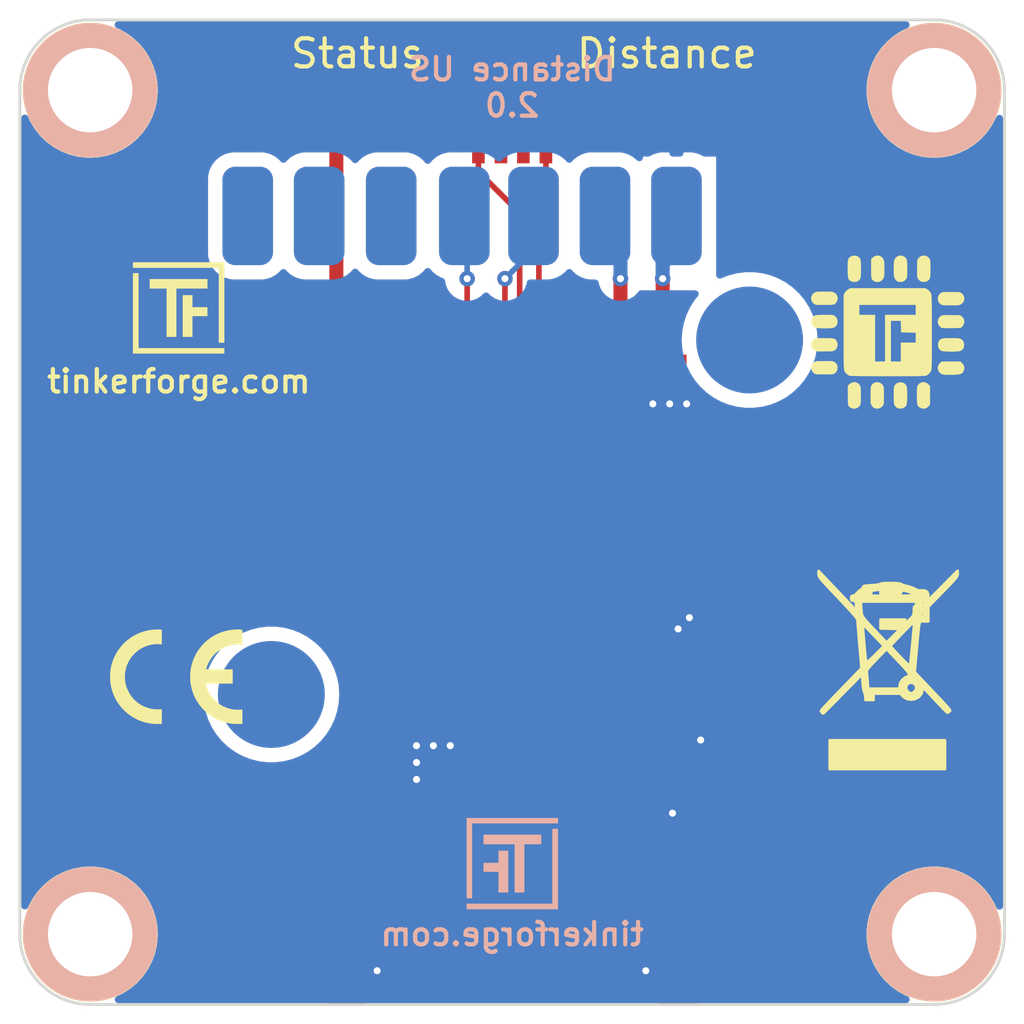
<source format=kicad_pcb>
(kicad_pcb (version 20221018) (generator pcbnew)
  (layers (0 "F.Cu" signal) (31 "B.Cu" signal) (34 "B.Paste" user) (35 "F.Paste" user) (36 "B.SilkS" user "B.Silkscreen") (37 "F.SilkS" user "F.Silkscreen") (38 "B.Mask" user) (39 "F.Mask" user) (44 "Edge.Cuts" user))
  (net 0 "")
  (net 1 "Net-(C1-Pad1)")
  (net 2 "GND")
  (net 3 "3V3")
  (net 4 "Net-(D1-Pad2)")
  (net 5 "Net-(D2-Pad2)")
  (net 6 "+5V")
  (net 7 "Net-(P1-Pad4)")
  (net 8 "Net-(P1-Pad5)")
  (net 9 "Net-(P1-Pad6)")
  (net 10 "Net-(P2-Pad1)")
  (net 11 "Net-(P3-Pad2)")
  (net 12 "Net-(R1-Pad1)")
  (net 13 "Serial")
  (net 14 "S-MISO")
  (net 15 "S-MOSI")
  (net 16 "S-CLK")
  (net 17 "S-CS")
  (net 18 "Net-(RP2-Pad2)")
  (net 19 "Net-(RP2-Pad3)")
  (net 20 "Net-(RP2-Pad5)")
  (net 21 "Net-(RP2-Pad6)")
  (net 22 "Net-(RP2-Pad7)")
  (net 23 "Net-(RP2-Pad8)")
  (net 24 "Net-(U1-Pad2)")
  (net 25 "Net-(U1-Pad4)")
  (net 26 "Net-(U1-Pad5)")
  (net 27 "Net-(U1-Pad7)")
  (net 28 "Net-(U1-Pad8)")
  (net 29 "Net-(U1-Pad11)")
  (net 30 "Net-(U1-Pad12)")
  (net 31 "Ranging")
  (net 32 "Net-(U1-Pad19)")
  (net 33 "Net-(U1-Pad20)")
  (net 34 "Net-(U1-Pad21)")
  (net 35 "Net-(U6-Pad1)")
  (net 36 "Net-(U6-Pad2)")
  (net 37 "Net-(U6-Pad3)")
  (net 38 "Net-(C6-Pad1)")
  (net 39 "Net-(U1-Pad13)")
  (net 40 "Net-(U1-Pad15)")
  (footprint "C0402E" (layer "F.Cu") (at 154.4 110.7)
    (fp_text reference "C1")
    (fp_text value "220pF")
    (pad "1" smd rect (at -0.65 0) (size 0.7 0.9) (layers "F.Cu" "F.Paste" "F.Mask") (net 1 "Net-(C1-Pad1)"))
    (pad "2" smd rect (at 0.65 0) (size 0.7 0.9) (layers "F.Cu" "F.Paste" "F.Mask") (net 2 "GND"))
  )
  (footprint "C0805E" (layer "F.Cu") (at 148.15 110.75 180)
    (fp_text reference "C2")
    (fp_text value "10uF")
    (pad "1" smd rect (at -0.95 0 180) (size 1.3 1.5) (layers "F.Cu" "F.Paste" "F.Mask") (net 3 "3V3") (clearance 0.14986))
    (pad "2" smd rect (at 0.95 0 180) (size 1.3 1.5) (layers "F.Cu" "F.Paste" "F.Mask") (net 2 "GND") (clearance 0.14986))
  )
  (footprint "C0603F" (layer "F.Cu") (at 148.15 109.05 180)
    (fp_text reference "C3")
    (fp_text value "1uF")
    (pad "1" smd rect (at -0.75 0 180) (size 0.9 0.9) (layers "F.Cu" "F.Paste" "F.Mask") (net 3 "3V3"))
    (pad "2" smd rect (at 0.75 0 180) (size 0.9 0.9) (layers "F.Cu" "F.Paste" "F.Mask") (net 2 "GND"))
  )
  (footprint "C0603F" (layer "F.Cu") (at 154.6 93.6)
    (fp_text reference "C7")
    (fp_text value "1uF")
    (pad "1" smd rect (at -0.75 0) (size 0.9 0.9) (layers "F.Cu" "F.Paste" "F.Mask") (net 38 "Net-(C6-Pad1)"))
    (pad "2" smd rect (at 0.75 0) (size 0.9 0.9) (layers "F.Cu" "F.Paste" "F.Mask") (net 2 "GND"))
  )
  (footprint "D0603F" (layer "F.Cu") (at 144.5 85.5)
    (fp_text reference "D1")
    (fp_text value "BLUE")
    (pad "1" smd rect (at -0.75 0) (size 0.9 0.9) (layers "F.Cu" "F.Paste" "F.Mask") (net 3 "3V3"))
    (pad "2" smd rect (at 0.75 0) (size 0.9 0.9) (layers "F.Cu" "F.Paste" "F.Mask") (net 4 "Net-(D1-Pad2)"))
  )
  (footprint "D0603F" (layer "F.Cu") (at 155.5 85.5 180)
    (fp_text reference "D2")
    (fp_text value "GREEN")
    (pad "1" smd rect (at -0.75 0 180) (size 0.9 0.9) (layers "F.Cu" "F.Paste" "F.Mask") (net 3 "3V3"))
    (pad "2" smd rect (at 0.75 0 180) (size 0.9 0.9) (layers "F.Cu" "F.Paste" "F.Mask") (net 5 "Net-(D2-Pad2)"))
  )
  (footprint "DEBUG_PAD" (layer "F.Cu") (at 154.9 108.45)
    (fp_text reference "P2")
    (fp_text value "DEBUG")
    (pad "1" smd circle (at 0 0) (size 0.7 0.7) (layers "F.Cu" "F.Paste" "F.Mask") (net 10 "Net-(P2-Pad1)"))
  )
  (footprint "SolderJumper" (layer "F.Cu") (at 156 107.4 135)
    (fp_text reference "P3")
    (fp_text value "BOOT")
    (pad "1" smd rect (at -0.499999 0 135) (size 0.4 1.4) (layers "F.Cu" "F.Mask") (net 2 "GND"))
    (pad "1" smd rect (at -0.225 -0.55 135) (size 0.95 0.3) (layers "F.Cu" "F.Mask") (net 2 "GND"))
    (pad "1" smd rect (at -0.225 0.55 135) (size 0.95 0.3) (layers "F.Cu" "F.Mask") (net 2 "GND"))
    (pad "2" smd rect (at 0.15 0 135) (size 0.6 0.5) (layers "F.Cu" "F.Mask") (net 11 "Net-(P3-Pad2)"))
    (pad "2" smd rect (at 0.55 0 135) (size 0.3 1.4) (layers "F.Cu" "F.Mask") (net 11 "Net-(P3-Pad2)"))
  )
  (footprint "kicad-libraries:R0603F" (layer "F.Cu") (at 149.45 95.95 -90)
    (fp_text reference "R1")
    (fp_text value "1k")
    (pad "1" smd rect (at -0.75 0 270) (size 0.9 0.9) (layers "F.Cu" "F.Paste" "F.Mask") (net 12 "Net-(R1-Pad1)"))
    (pad "2" smd rect (at 0.75 0 270) (size 0.9 0.9) (layers "F.Cu" "F.Paste" "F.Mask") (net 13 "Serial"))
  )
  (footprint "4X0402" (layer "F.Cu") (at 151.9 110.1)
    (fp_text reference "RP1")
    (fp_text value "82")
    (pad "1" smd rect (at -0.7493 0.575 180) (size 0.29972 0.65) (layers "F.Cu" "F.Paste" "F.Mask") (net 7 "Net-(P1-Pad4)"))
    (pad "2" smd rect (at -0.24892 0.575 180) (size 0.29972 0.65) (layers "F.Cu" "F.Paste" "F.Mask") (net 8 "Net-(P1-Pad5)"))
    (pad "3" smd rect (at 0.24892 0.575 180) (size 0.29972 0.65) (layers "F.Cu" "F.Paste" "F.Mask") (net 9 "Net-(P1-Pad6)"))
    (pad "4" smd rect (at 0.7493 0.575 180) (size 0.29972 0.65) (layers "F.Cu" "F.Paste" "F.Mask") (net 1 "Net-(C1-Pad1)"))
    (pad "5" smd rect (at 0.7493 -0.575) (size 0.29972 0.65) (layers "F.Cu" "F.Paste" "F.Mask") (net 14 "S-MISO"))
    (pad "6" smd rect (at 0.24892 -0.575) (size 0.29972 0.65) (layers "F.Cu" "F.Paste" "F.Mask") (net 15 "S-MOSI"))
    (pad "7" smd rect (at -0.24892 -0.575) (size 0.29972 0.65) (layers "F.Cu" "F.Paste" "F.Mask") (net 16 "S-CLK"))
    (pad "8" smd rect (at -0.7493 -0.575) (size 0.29972 0.65) (layers "F.Cu" "F.Paste" "F.Mask") (net 17 "S-CS"))
  )
  (footprint "4X0603" (layer "F.Cu") (at 150 86.3)
    (fp_text reference "RP2")
    (fp_text value "1k")
    (pad "1" smd rect (at -1.19888 -0.8509) (size 0.44958 0.89916) (layers "F.Cu" "F.Paste" "F.Mask") (net 4 "Net-(D1-Pad2)"))
    (pad "2" smd rect (at -0.39878 -0.8509) (size 0.44958 0.89916) (layers "F.Cu" "F.Paste" "F.Mask") (net 18 "Net-(RP2-Pad2)"))
    (pad "3" smd rect (at 0.39878 -0.8509) (size 0.44958 0.89916) (layers "F.Cu" "F.Paste" "F.Mask") (net 19 "Net-(RP2-Pad3)"))
    (pad "4" smd rect (at 1.19888 -0.8509) (size 0.44958 0.89916) (layers "F.Cu" "F.Paste" "F.Mask") (net 5 "Net-(D2-Pad2)"))
    (pad "5" smd rect (at 1.19888 0.8509) (size 0.44958 0.89916) (layers "F.Cu" "F.Paste" "F.Mask") (net 20 "Net-(RP2-Pad5)"))
    (pad "6" smd rect (at 0.39878 0.8509) (size 0.44958 0.89916) (layers "F.Cu" "F.Paste" "F.Mask") (net 21 "Net-(RP2-Pad6)"))
    (pad "7" smd rect (at -0.39878 0.8509) (size 0.44958 0.89916) (layers "F.Cu" "F.Paste" "F.Mask") (net 22 "Net-(RP2-Pad7)"))
    (pad "8" smd rect (at -1.19888 0.8509) (size 0.44958 0.89916) (layers "F.Cu" "F.Paste" "F.Mask") (net 23 "Net-(RP2-Pad8)"))
  )
  (footprint "QFN24-4x4mm-0.5mm" (layer "F.Cu") (at 152.3 105.5 135)
    (fp_text reference "U1")
    (fp_text value "XMC1100")
    (pad "1" smd oval (at -2.025 -1.25 135) (size 1 0.3) (layers "F.Cu" "F.Paste" "F.Mask") (net 14 "S-MISO"))
    (pad "2" smd oval (at -2.025 -0.75 135) (size 1 0.3) (layers "F.Cu" "F.Paste" "F.Mask") (net 24 "Net-(U1-Pad2)"))
    (pad "3" smd oval (at -2.025 -0.25 135) (size 1 0.3) (layers "F.Cu" "F.Paste" "F.Mask") (net 10 "Net-(P2-Pad1)"))
    (pad "4" smd oval (at -2.025 0.25 135) (size 1 0.3) (layers "F.Cu" "F.Paste" "F.Mask") (net 25 "Net-(U1-Pad4)"))
    (pad "5" smd oval (at -2.025 0.75 135) (size 1 0.3) (layers "F.Cu" "F.Paste" "F.Mask") (net 26 "Net-(U1-Pad5)"))
    (pad "6" smd oval (at -2.025 1.25 135) (size 1 0.3) (layers "F.Cu" "F.Paste" "F.Mask") (net 11 "Net-(P3-Pad2)"))
    (pad "7" smd oval (at -1.25 2.025 225) (size 1 0.3) (layers "F.Cu" "F.Paste" "F.Mask") (net 27 "Net-(U1-Pad7)"))
    (pad "8" smd oval (at -0.75 2.025 225) (size 1 0.3) (layers "F.Cu" "F.Paste" "F.Mask") (net 28 "Net-(U1-Pad8)"))
    (pad "9" smd oval (at -0.25 2.025 225) (size 1 0.3) (layers "F.Cu" "F.Paste" "F.Mask") (net 2 "GND"))
    (pad "10" smd oval (at 0.25 2.025 225) (size 1 0.3) (layers "F.Cu" "F.Paste" "F.Mask") (net 3 "3V3"))
    (pad "11" smd oval (at 0.75 2.025 225) (size 1 0.3) (layers "F.Cu" "F.Paste" "F.Mask") (net 29 "Net-(U1-Pad11)"))
    (pad "12" smd oval (at 1.25 2.025 225) (size 1 0.3) (layers "F.Cu" "F.Paste" "F.Mask") (net 30 "Net-(U1-Pad12)"))
    (pad "13" smd oval (at 2.025 1.25 135) (size 1 0.3) (layers "F.Cu" "F.Paste" "F.Mask") (net 39 "Net-(U1-Pad13)"))
    (pad "14" smd oval (at 2.025 0.75 135) (size 1 0.3) (layers "F.Cu" "F.Paste" "F.Mask") (net 20 "Net-(RP2-Pad5)"))
    (pad "15" smd oval (at 2.025 0.25 135) (size 1 0.3) (layers "F.Cu" "F.Paste" "F.Mask") (net 40 "Net-(U1-Pad15)"))
    (pad "16" smd oval (at 2.025 -0.25 135) (size 1 0.3) (layers "F.Cu" "F.Paste" "F.Mask") (net 23 "Net-(RP2-Pad8)"))
    (pad "17" smd oval (at 2.025 -0.75 135) (size 1 0.3) (layers "F.Cu" "F.Paste" "F.Mask") (net 13 "Serial"))
    (pad "18" smd oval (at 2.025 -1.25 135) (size 1 0.3) (layers "F.Cu" "F.Paste" "F.Mask") (net 31 "Ranging"))
    (pad "19" smd oval (at 1.25 -2.025 225) (size 1 0.3) (layers "F.Cu" "F.Paste" "F.Mask") (net 32 "Net-(U1-Pad19)"))
    (pad "20" smd oval (at 0.75 -2.025 225) (size 1 0.3) (layers "F.Cu" "F.Paste" "F.Mask") (net 33 "Net-(U1-Pad20)"))
    (pad "21" smd oval (at 0.25 -2.025 225) (size 1 0.3) (layers "F.Cu" "F.Paste" "F.Mask") (net 34 "Net-(U1-Pad21)"))
    (pad "22" smd oval (at -0.25 -2.025 225) (size 1 0.3) (layers "F.Cu" "F.Paste" "F.Mask") (net 17 "S-CS"))
    (pad "23" smd oval (at -0.75 -2.025 225) (size 1 0.3) (layers "F.Cu" "F.Paste" "F.Mask") (net 16 "S-CLK"))
    (pad "24" smd oval (at -1.25 -2.025 225) (size 1 0.3) (layers "F.Cu" "F.Paste" "F.Mask") (net 15 "S-MOSI"))
    (pad "EXP" smd rect (at -0.65 -0.65 135) (size 1.3 1.3) (layers "F.Cu" "F.Paste" "F.Mask") (net 2 "GND"))
    (pad "EXP" smd rect (at -0.65 0.65 135) (size 1.3 1.3) (layers "F.Cu" "F.Paste" "F.Mask") (net 2 "GND"))
    (pad "EXP" smd rect (at 0.65 -0.65 135) (size 1.3 1.3) (layers "F.Cu" "F.Paste" "F.Mask") (net 2 "GND"))
    (pad "EXP" smd rect (at 0.65 0.65 135) (size 1.3 1.3) (layers "F.Cu" "F.Paste" "F.Mask") (net 2 "GND"))
  )
  (footprint "DRILL_NP" (layer "F.Cu") (at 165 115)
    (fp_text reference "U2" hide)
    (fp_text value "DRILL" hide)
    (pad "" np_thru_hole circle (at 0 0) (size 2.99974 2.99974) (drill 2.99974) (layers "*.Cu" "*.Mask" "F.SilkS") (clearance 0.89916))
  )
  (footprint "DRILL_NP" (layer "F.Cu") (at 135 115)
    (fp_text reference "U3" hide)
    (fp_text value "DRILL" hide)
    (pad "" np_thru_hole circle (at 0 0) (size 2.99974 2.99974) (drill 2.99974) (layers "*.Cu" "*.Mask" "F.SilkS") (clearance 0.89916))
  )
  (footprint "DRILL_NP" (layer "F.Cu") (at 135 85)
    (fp_text reference "U4" hide)
    (fp_text value "DRILL" hide)
    (pad "" np_thru_hole circle (at 0 0) (size 2.99974 2.99974) (drill 2.99974) (layers "*.Cu" "*.Mask" "F.SilkS") (clearance 0.89916))
  )
  (footprint "DRILL_NP" (layer "F.Cu") (at 165 85)
    (fp_text reference "U5" hide)
    (fp_text value "DRILL" hide)
    (pad "" np_thru_hole circle (at 0 0) (size 2.99974 2.99974) (drill 2.99974) (layers "*.Cu" "*.Mask" "F.SilkS") (clearance 0.89916))
  )
  (footprint "CON-SENSOR2" (layer "F.Cu") (at 150 117.5)
    (fp_text reference "P1")
    (fp_text value "CON-SENSOR2")
    (pad "1" smd rect (at -3.75 -4.6) (size 0.6 1.8) (layers "F.Cu" "F.Paste" "F.Mask") (net 6 "+5V"))
    (pad "2" smd rect (at -2.5 -4.6) (size 0.6 1.8) (layers "F.Cu" "F.Paste" "F.Mask") (net 2 "GND"))
    (pad "3" smd rect (at -1.25 -4.6) (size 0.6 1.8) (layers "F.Cu" "F.Paste" "F.Mask") (net 3 "3V3"))
    (pad "4" smd rect (at 0 -4.6) (size 0.6 1.8) (layers "F.Cu" "F.Paste" "F.Mask") (net 7 "Net-(P1-Pad4)"))
    (pad "5" smd rect (at 1.25 -4.6) (size 0.6 1.8) (layers "F.Cu" "F.Paste" "F.Mask") (net 8 "Net-(P1-Pad5)"))
    (pad "6" smd rect (at 2.5 -4.6) (size 0.6 1.8) (layers "F.Cu" "F.Paste" "F.Mask") (net 9 "Net-(P1-Pad6)"))
    (pad "7" smd rect (at 3.75 -4.6) (size 0.6 1.8) (layers "F.Cu" "F.Paste" "F.Mask") (net 1 "Net-(C1-Pad1)"))
    (pad "EP" smd rect (at -5.9 -1.2) (size 1.4 2.4) (layers "F.Cu" "F.Paste" "F.Mask") (net 2 "GND"))
    (pad "EP" smd rect (at 5.9 -1.2) (size 1.4 2.4) (layers "F.Cu" "F.Paste" "F.Mask") (net 2 "GND"))
  )
  (footprint "C0805E" (layer "F.Cu") (at 154.6 95.15)
    (fp_text reference "C6")
    (fp_text value "10uF")
    (pad "1" smd rect (at -0.95 0) (size 1.3 1.5) (layers "F.Cu" "F.Paste" "F.Mask") (net 38 "Net-(C6-Pad1)") (clearance 0.14986))
    (pad "2" smd rect (at 0.95 0) (size 1.3 1.5) (layers "F.Cu" "F.Paste" "F.Mask") (net 2 "GND") (clearance 0.14986))
  )
  (footprint "R0603F" (layer "F.Cu") (at 152.1 95.95 90)
    (fp_text reference "L1")
    (fp_text value "FB")
    (pad "1" smd rect (at -0.75 0 90) (size 0.9 0.9) (layers "F.Cu" "F.Paste" "F.Mask") (net 3 "3V3"))
    (pad "2" smd rect (at 0.75 0 90) (size 0.9 0.9) (layers "F.Cu" "F.Paste" "F.Mask") (net 38 "Net-(C6-Pad1)"))
  )
  (footprint "C0603F" (layer "F.Cu") (at 155.15 102.95 -45)
    (fp_text reference "C4")
    (fp_text value "100nF")
    (pad "1" smd rect (at -0.75 0 315) (size 0.9 0.9) (layers "F.Cu" "F.Paste" "F.Mask") (net 3 "3V3"))
    (pad "2" smd rect (at 0.75 0 315) (size 0.9 0.9) (layers "F.Cu" "F.Paste" "F.Mask") (net 2 "GND"))
  )
  (footprint "kicad-libraries:WEEE_7mm" (layer "F.Cu") (at 163.35 105.6)
    (fp_text reference "VAL" hide)
    (fp_text value "WEEE_7mm" hide)
  )
  (footprint "kicad-libraries:Logo_CoMCU" (layer "F.Cu") (at 163.35 93.6)
    (fp_text reference "G***" hide)
    (fp_text value "LOGO" hide)
  )
  (footprint "kicad-libraries:Logo_31x31" (layer "F.Cu") (at 138.15 92.75)
    (fp_text reference "G***" hide)
    (fp_text value "LOGO" hide)
  )
  (footprint "kicad-libraries:CE_5mm" (layer "F.Cu") (at 138.1 105.85)
    (fp_text reference "VAL" hide)
    (fp_text value "CE_5mm" hide)
  )
  (footprint "kicad-libraries:Fiducial_Mark" (layer "F.Cu") (at 140.5 112.5)
    (fp_text reference "Fiducial_Mark" hide)
    (fp_text value "VAL**" hide)
    (pad "1" smd circle (at 0 0) (size 1.00076 1.00076) (layers "F.Cu" "F.Paste" "F.Mask") (clearance 0.65024))
  )
  (footprint "kicad-libraries:Fiducial_Mark" (layer "F.Cu") (at 159.5 114.5)
    (fp_text reference "Fiducial_Mark" hide)
    (fp_text value "VAL**" hide)
    (pad "1" smd circle (at 0 0) (size 1.00076 1.00076) (layers "F.Cu" "F.Paste" "F.Mask") (clearance 0.65024))
  )
  (footprint "kicad-libraries:Fiducial_Mark" (layer "F.Cu") (at 135.5 90.5)
    (fp_text reference "Fiducial_Mark" hide)
    (fp_text value "VAL**" hide)
    (pad "1" smd circle (at 0 0) (size 1.00076 1.00076) (layers "F.Cu" "F.Paste" "F.Mask") (clearance 0.65024))
  )
  (footprint "kicad-libraries:Fiducial_Mark" (layer "F.Cu") (at 159.5 98.5)
    (fp_text reference "Fiducial_Mark" hide)
    (fp_text value "VAL**" hide)
    (pad "1" smd circle (at 0 0) (size 1.00076 1.00076) (layers "F.Cu" "F.Paste" "F.Mask") (clearance 0.65024))
  )
  (footprint "kicad-libraries:Logo_31x31" (layer "B.Cu") (at 150 112.5 180)
    (fp_text reference "G***" hide)
    (fp_text value "LOGO" hide)
  )
  (footprint "kicad-libraries:HRLV-EZ(SMD_EX)" (layer "B.Cu") (at 150 100 180)
    (fp_text reference "U6")
    (fp_text value "HRLV-EZ")
    (pad "" smd circle (at -8.44 6.12 180) (size 3.8 3.8) (layers "B.Cu" "B.Paste" "B.Mask"))
    (pad "" smd circle (at 8.56 -6.48 180) (size 3.8 3.8) (layers "B.Cu" "B.Paste" "B.Mask"))
    (pad "1" smd roundrect (at 9.4 10.53 180) (size 1.8 3.5) (layers "B.Cu" "B.Paste" "B.Mask") (net 35 "Net-(U6-Pad1)"))
    (pad "2" smd roundrect (at 6.86 10.53 180) (size 1.8 3.5) (layers "B.Cu" "B.Paste" "B.Mask") (net 36 "Net-(U6-Pad2)"))
    (pad "3" smd roundrect (at 4.3 10.53 180) (size 1.8 3.5) (layers "B.Cu" "B.Paste" "B.Mask") (net 37 "Net-(U6-Pad3)"))
    (pad "4" smd roundrect (at 1.7 10.53 180) (size 1.8 3.5) (layers "B.Cu" "B.Paste" "B.Mask") (net 31 "Ranging"))
    (pad "5" smd roundrect (at -0.76 10.53 180) (size 1.8 3.5) (layers "B.Cu" "B.Paste" "B.Mask") (net 12 "Net-(R1-Pad1)"))
    (pad "6" smd roundrect (at -3.3 10.53 180) (size 1.8 3.5) (layers "B.Cu" "B.Paste" "B.Mask") (net 38 "Net-(C6-Pad1)"))
    (pad "7" smd roundrect (at -5.84 10.53 180) (size 1.8 3.5) (layers "B.Cu" "B.Paste" "B.Mask") (net 2 "GND"))
  )
  (gr_line (start 132.5 85) (end 132.5 115) (stroke (width 0.1)) (layer "Edge.Cuts"))
  (gr_arc (start 135 117.5) (mid 133.232233 116.767767) (end 132.5 115) (stroke (width 0.1)) (layer "Edge.Cuts"))
  (gr_line (start 165 82.5) (end 135 82.5) (stroke (width 0.1)) (layer "Edge.Cuts"))
  (gr_arc (start 167.5 115) (mid 166.767767 116.767767) (end 165 117.5) (stroke (width 0.1)) (layer "Edge.Cuts"))
  (gr_arc (start 165 82.5) (mid 166.767767 83.232233) (end 167.5 85) (stroke (width 0.1)) (layer "Edge.Cuts"))
  (gr_arc (start 132.5 85) (mid 133.232233 83.232233) (end 135 82.5) (stroke (width 0.1)) (layer "Edge.Cuts"))
  (gr_line (start 135 117.5) (end 165 117.5) (stroke (width 0.1)) (layer "Edge.Cuts"))
  (gr_line (start 167.5 115) (end 167.5 85) (stroke (width 0.1)) (layer "Edge.Cuts"))
  (gr_text "Distance US\n2.0" (at 150 84.9) (layer "B.SilkS") (effects (font (size 0.8 0.8)) (justify mirror)))
  (gr_text "tinkerforge.com" (at 150 115) (layer "B.SilkS") (effects (font (size 0.8 0.8)) (justify mirror)))
  (gr_text "Distance" (at 155.5 83.7) (layer "F.SilkS") (effects (font (size 1 1))))
  (gr_text "Status" (at 144.5 83.7) (layer "F.SilkS") (effects (font (size 1 1))))
  (gr_text "tinkerforge.com" (at 138.15 95.35) (layer "F.SilkS") (effects (font (size 0.8 0.8))))
  (segment (start 152.6493 110.675) (end 153.725 110.675) (width 0.15) (layer "F.Cu") (net 1))
  (segment (start 153.75 112.9) (end 153.75 110.7) (width 0.15) (layer "F.Cu") (net 1))
  (segment (start 153.725 110.675) (end 153.75 110.7) (width 0.15) (layer "F.Cu") (net 1))
  (segment (start 153.219239 105.5) (end 152.3 106.419239) (width 0.25) (layer "F.Cu") (net 2))
  (segment (start 156.159098 107.948008) (end 155.77019 107.948008) (width 0.2) (layer "F.Cu") (net 2))
  (segment (start 156.548008 107.17019) (end 156.548008 107.559098) (width 0.2) (layer "F.Cu") (net 2))
  (segment (start 144.1 116.3) (end 145.2 116.3) (width 0.3) (layer "F.Cu") (net 2))
  (segment (start 155.05 110.7) (end 155.7 110.7) (width 0.3) (layer "F.Cu") (net 2))
  (segment (start 156.548008 107.559098) (end 156.353553 107.753553) (width 0.2) (layer "F.Cu") (net 2))
  (segment (start 155.68033 103.48033) (end 154.673223 103.48033) (width 0.25) (layer "F.Cu") (net 2))
  (segment (start 155.9 116.3) (end 154.75 116.3) (width 0.3) (layer "F.Cu") (net 2))
  (segment (start 151.380761 105.5) (end 152.3 104.580761) (width 0.25) (layer "F.Cu") (net 2))
  (segment (start 147.5 111.05) (end 147.2 110.75) (width 0.5) (layer "F.Cu") (net 2))
  (segment (start 156.353553 107.753553) (end 156.7 108.1) (width 0.3) (layer "F.Cu") (net 2))
  (segment (start 155.55 95.15) (end 155.55 93.8) (width 0.5) (layer "F.Cu") (net 2))
  (segment (start 147.2 110.75) (end 147.2 109.25) (width 0.5) (layer "F.Cu") (net 2))
  (segment (start 152.3 106.419239) (end 151.380761 105.5) (width 0.25) (layer "F.Cu") (net 2))
  (segment (start 155.35 91.700004) (end 155.349996 91.7) (width 0.5) (layer "F.Cu") (net 2))
  (segment (start 155.35 93.6) (end 155.35 91.700004) (width 0.5) (layer "F.Cu") (net 2))
  (segment (start 153.908668 104.244885) (end 153.219239 104.934314) (width 0.25) (layer "F.Cu") (net 2))
  (segment (start 154.673223 103.48033) (end 153.908668 104.244885) (width 0.25) (layer "F.Cu") (net 2))
  (segment (start 153.219239 104.934314) (end 153.219239 105.5) (width 0.25) (layer "F.Cu") (net 2))
  (segment (start 155.55 93.8) (end 155.35 93.6) (width 0.5) (layer "F.Cu") (net 2))
  (segment (start 156.353553 107.753553) (end 156.159098 107.948008) (width 0.2) (layer "F.Cu") (net 2))
  (segment (start 147.2 109.25) (end 147.4 109.05) (width 0.5) (layer "F.Cu") (net 2))
  (segment (start 147.5 112.9) (end 147.5 111.05) (width 0.5) (layer "F.Cu") (net 2))
  (via (at 156.7 108.1) (size 0.55) (drill 0.25) (layers "F.Cu" "B.Cu") (net 2))
  (via (at 154.75 116.3) (size 0.55) (drill 0.25) (layers "F.Cu" "B.Cu") (net 2))
  (via (at 155.7 110.7) (size 0.55) (drill 0.25) (layers "F.Cu" "B.Cu") (net 2))
  (via (at 155.9 104.15) (size 0.55) (drill 0.25) (layers "F.Cu" "B.Cu") (net 2))
  (via (at 147.8 108.3) (size 0.55) (drill 0.25) (layers "F.Cu" "B.Cu") (net 2))
  (via (at 156.2 96.15) (size 0.55) (drill 0.25) (layers "F.Cu" "B.Cu") (net 2))
  (via (at 156.3 103.75) (size 0.55) (drill 0.25) (layers "F.Cu" "B.Cu") (net 2))
  (via (at 155 96.15) (size 0.55) (drill 0.25) (layers "F.Cu" "B.Cu") (net 2))
  (via (at 145.2 116.3) (size 0.55) (drill 0.25) (layers "F.Cu" "B.Cu") (net 2))
  (via (at 146.6 109.5) (size 0.55) (drill 0.25) (layers "F.Cu" "B.Cu") (net 2))
  (via (at 155.6 96.15) (size 0.55) (drill 0.25) (layers "F.Cu" "B.Cu") (net 2))
  (via (at 155.349996 91.7) (size 0.55) (drill 0.25) (layers "F.Cu" "B.Cu") (net 2))
  (via (at 147.2 108.3) (size 0.55) (drill 0.25) (layers "F.Cu" "B.Cu") (net 2))
  (via (at 146.6 108.9) (size 0.55) (drill 0.25) (layers "F.Cu" "B.Cu") (net 2))
  (via (at 146.6 108.3) (size 0.55) (drill 0.25) (layers "F.Cu" "B.Cu") (net 2))
  (segment (start 155.349996 91.150004) (end 155.349996 91.311092) (width 0.5) (layer "B.Cu") (net 2))
  (segment (start 156 90.5) (end 155.349996 91.150004) (width 0.5) (layer "B.Cu") (net 2))
  (segment (start 155.349996 91.311092) (end 155.349996 91.7) (width 0.5) (layer "B.Cu") (net 2))
  (segment (start 155.35 91.05) (end 156 90.4) (width 0.5) (layer "B.Cu") (net 2))
  (segment (start 156.25 85.5) (end 156.25 84.55) (width 0.5) (layer "F.Cu") (net 3))
  (segment (start 145.6 114.55) (end 154.6 114.55) (width 0.5) (layer "F.Cu") (net 3))
  (segment (start 144.9 108.5) (end 144.9 113.85) (width 0.5) (layer "F.Cu") (net 3))
  (segment (start 146 107.4) (end 144.9 108.5) (width 0.5) (layer "F.Cu") (net 3))
  (segment (start 155.43934 101.6) (end 154.61967 102.41967) (width 0.5) (layer "F.Cu") (net 3))
  (segment (start 144.3 84) (end 143.75 84.55) (width 0.5) (layer "F.Cu") (net 3))
  (segment (start 154.6 114.55) (end 157.7 111.45) (width 0.5) (layer "F.Cu") (net 3))
  (segment (start 143.75 84.55) (end 143.75 85.5) (width 0.5) (layer "F.Cu") (net 3))
  (segment (start 156.25 84.55) (end 155.7 84) (width 0.5) (layer "F.Cu") (net 3))
  (segment (start 148.2 107.4) (end 146 107.4) (width 0.5) (layer "F.Cu") (net 3))
  (segment (start 157.7 102.6) (end 156.7 101.6) (width 0.5) (layer "F.Cu") (net 3))
  (segment (start 154.61967 102.41967) (end 154.61967 102.826777) (width 0.25) (layer "F.Cu") (net 3))
  (segment (start 152.1 99.9) (end 154.61967 102.41967) (width 0.5) (layer "F.Cu") (net 3))
  (segment (start 156.7 101.6) (end 155.43934 101.6) (width 0.5) (layer "F.Cu") (net 3))
  (segment (start 148.9 108.1) (end 148.9 109.05) (width 0.5) (layer "F.Cu") (net 3))
  (segment (start 148.9 108.1) (end 148.2 107.4) (width 0.5) (layer "F.Cu") (net 3))
  (segment (start 143.75 99.95) (end 143.75 99.45) (width 0.5) (layer "F.Cu") (net 3))
  (segment (start 152.1 96.7) (end 152.1 99.9) (width 0.5) (layer "F.Cu") (net 3))
  (segment (start 155.7 84) (end 144.3 84) (width 0.5) (layer "F.Cu") (net 3))
  (segment (start 148.9 107.35) (end 148.9 108.1) (width 0.5) (layer "F.Cu") (net 3))
  (segment (start 148.75 111.1) (end 149.1 110.75) (width 0.5) (layer "F.Cu") (net 3))
  (segment (start 154.61967 102.826777) (end 153.555115 103.891332) (width 0.25) (layer "F.Cu") (net 3))
  (segment (start 143.75 99.45) (end 143.75 85.5) (width 0.5) (layer "F.Cu") (net 3))
  (segment (start 149.1 109.25) (end 148.9 109.05) (width 0.5) (layer "F.Cu") (net 3))
  (segment (start 148.75 112.9) (end 148.75 111.1) (width 0.5) (layer "F.Cu") (net 3))
  (segment (start 148.9 107.35) (end 148.9 105.1) (width 0.5) (layer "F.Cu") (net 3))
  (segment (start 149.1 110.75) (end 149.1 109.25) (width 0.5) (layer "F.Cu") (net 3))
  (segment (start 157.7 111.45) (end 157.7 102.6) (width 0.5) (layer "F.Cu") (net 3))
  (segment (start 144.9 113.85) (end 145.6 114.55) (width 0.5) (layer "F.Cu") (net 3))
  (segment (start 148.9 105.1) (end 143.75 99.95) (width 0.5) (layer "F.Cu") (net 3))
  (segment (start 145.25 85.5) (end 145.3 85.45) (width 0.2) (layer "F.Cu") (net 4))
  (segment (start 148.80022 85.45) (end 148.80112 85.4491) (width 0.2) (layer "F.Cu") (net 4))
  (segment (start 145.3 85.45) (end 148.80022 85.45) (width 0.2) (layer "F.Cu") (net 4))
  (segment (start 154.6991 85.4491) (end 154.75 85.5) (width 0.2) (layer "F.Cu") (net 5))
  (segment (start 151.19888 85.4491) (end 154.6991 85.4491) (width 0.2) (layer "F.Cu") (net 5))
  (segment (start 151.1507 111.0993) (end 151.1507 110.675) (width 0.15) (layer "F.Cu") (net 7))
  (segment (start 150 112.9) (end 150 112.25) (width 0.15) (layer "F.Cu") (net 7))
  (segment (start 150 112.25) (end 151.1507 111.0993) (width 0.15) (layer "F.Cu") (net 7))
  (segment (start 151.65108 111.44892) (end 151.65108 111.15) (width 0.15) (layer "F.Cu") (net 8))
  (segment (start 151.25 111.85) (end 151.65108 111.44892) (width 0.15) (layer "F.Cu") (net 8))
  (segment (start 151.25 112.9) (end 151.25 111.85) (width 0.15) (layer "F.Cu") (net 8))
  (segment (start 151.65108 111.15) (end 151.65108 110.675) (width 0.15) (layer "F.Cu") (net 8))
  (segment (start 152.14892 111.15) (end 152.14892 110.675) (width 0.15) (layer "F.Cu") (net 9))
  (segment (start 152.5 111.8) (end 152.14892 111.44892) (width 0.15) (layer "F.Cu") (net 9))
  (segment (start 152.5 112.9) (end 152.5 111.8) (width 0.15) (layer "F.Cu") (net 9))
  (segment (start 152.14892 111.44892) (end 152.14892 111.15) (width 0.15) (layer "F.Cu") (net 9))
  (segment (start 154.7 108.4) (end 154.7 108.253553) (width 0.2) (layer "F.Cu") (net 10))
  (segment (start 154.7 108.253553) (end 153.555115 107.108668) (width 0.2) (layer "F.Cu") (net 10))
  (segment (start 155.611091 107.011091) (end 155.578858 107.011091) (width 0.2) (layer "F.Cu") (net 11))
  (segment (start 155.893934 107.293934) (end 155.611091 107.011091) (width 0.2) (layer "F.Cu") (net 11))
  (segment (start 155.578858 107.011091) (end 154.615775 106.048008) (width 0.2) (layer "F.Cu") (net 11))
  (segment (start 149.743059 94.928904) (end 149.743059 92.088908) (width 0.2) (layer "F.Cu") (net 12))
  (segment (start 149.743059 92.088908) (end 149.743059 91.7) (width 0.2) (layer "F.Cu") (net 12))
  (segment (start 149.471963 95.2) (end 149.743059 94.928904) (width 0.2) (layer "F.Cu") (net 12))
  (via (at 149.743059 91.7) (size 0.55) (drill 0.25) (layers "F.Cu" "B.Cu") (net 12))
  (segment (start 150.85 90.593059) (end 150.018058 91.425001) (width 0.2) (layer "B.Cu") (net 12))
  (segment (start 150.018058 91.425001) (end 149.743059 91.7) (width 0.2) (layer "B.Cu") (net 12))
  (segment (start 150.85 90.5) (end 150.85 90.593059) (width 0.2) (layer "B.Cu") (net 12))
  (segment (start 149.45 96.7) (end 149.45 103.71066) (width 0.2) (layer "F.Cu") (net 13))
  (segment (start 149.45 103.71066) (end 150.337779 104.598439) (width 0.2) (layer "F.Cu") (net 13))
  (segment (start 152.6493 108.014483) (end 152.848008 107.815775) (width 0.15) (layer "F.Cu") (net 14))
  (segment (start 152.6493 109.525) (end 152.6493 108.014483) (width 0.15) (layer "F.Cu") (net 14))
  (segment (start 152.14892 109.525) (end 152.14892 109.14892) (width 0.15) (layer "F.Cu") (net 15))
  (segment (start 151.35 108.217767) (end 151.751992 107.815775) (width 0.15) (layer "F.Cu") (net 15))
  (segment (start 151.35 108.35) (end 151.35 108.217767) (width 0.15) (layer "F.Cu") (net 15))
  (segment (start 152.14892 109.14892) (end 151.35 108.35) (width 0.15) (layer "F.Cu") (net 15))
  (segment (start 151.65108 109.525) (end 151.65108 109.075358) (width 0.15) (layer "F.Cu") (net 16))
  (segment (start 151.65108 109.075358) (end 150.974176 108.398454) (width 0.15) (layer "F.Cu") (net 16))
  (segment (start 150.974176 107.886484) (end 151.398439 107.462221) (width 0.15) (layer "F.Cu") (net 16))
  (segment (start 150.974176 108.398454) (end 150.974176 107.886484) (width 0.15) (layer "F.Cu") (net 16))
  (segment (start 151.1507 109.525) (end 151.1507 109.0007) (width 0.15) (layer "F.Cu") (net 17))
  (segment (start 151.1507 109.0007) (end 150.620622 108.470622) (width 0.15) (layer "F.Cu") (net 17))
  (segment (start 150.620622 108.470622) (end 150.620622 107.532931) (width 0.15) (layer "F.Cu") (net 17))
  (segment (start 150.620622 107.532931) (end 151.044885 107.108668) (width 0.15) (layer "F.Cu") (net 17))
  (segment (start 151.2 87.9) (end 151.2 87.15202) (width 0.2) (layer "F.Cu") (net 20))
  (segment (start 151.2 87.15202) (end 151.19888 87.1509) (width 0.2) (layer "F.Cu") (net 20))
  (segment (start 151.398439 103.537779) (end 150.95 103.08934) (width 0.2) (layer "F.Cu") (net 20))
  (segment (start 150.95 103.08934) (end 150.95 88.15) (width 0.2) (layer "F.Cu") (net 20))
  (segment (start 150.95 88.15) (end 151.2 87.9) (width 0.2) (layer "F.Cu") (net 20))
  (segment (start 150.267069 103.820622) (end 150.691332 104.244885) (width 0.2) (layer "F.Cu") (net 23))
  (segment (start 148.80112 87.1509) (end 148.80112 87.90112) (width 0.2) (layer "F.Cu") (net 23))
  (segment (start 148.80112 87.90112) (end 150.267069 89.367069) (width 0.2) (layer "F.Cu") (net 23))
  (segment (start 150.267069 89.367069) (end 150.267069 103.820622) (width 0.2) (layer "F.Cu") (net 23))
  (segment (start 149.984225 104.951992) (end 148.4 103.367767) (width 0.2) (layer "F.Cu") (net 31))
  (segment (start 148.4 92.088908) (end 148.4 91.7) (width 0.2) (layer "F.Cu") (net 31))
  (segment (start 148.4 103.367767) (end 148.4 92.088908) (width 0.2) (layer "F.Cu") (net 31))
  (via (at 148.4 91.7) (size 0.55) (drill 0.25) (layers "F.Cu" "B.Cu") (net 31))
  (segment (start 148.4 90.4) (end 148.4 91.7) (width 0.2) (layer "B.Cu") (net 31))
  (segment (start 153.65 95.15) (end 153.65 93.8) (width 0.5) (layer "F.Cu") (net 38))
  (segment (start 153.6 95.2) (end 152.1 95.2) (width 0.5) (layer "F.Cu") (net 38))
  (segment (start 153.85 93.6) (end 153.85 91.700004) (width 0.5) (layer "F.Cu") (net 38))
  (segment (start 153.65 93.8) (end 153.85 93.6) (width 0.5) (layer "F.Cu") (net 38))
  (segment (start 153.65 95.15) (end 153.6 95.2) (width 0.5) (layer "F.Cu") (net 38))
  (via (at 153.85 91.700004) (size 0.55) (drill 0.25) (layers "F.Cu" "B.Cu") (net 38))
  (segment (start 153.85 90.95) (end 153.4 90.5) (width 0.5) (layer "B.Cu") (net 38))
  (segment (start 153.85 91.311096) (end 153.85 91.700004) (width 0.5) (layer "B.Cu") (net 38))
  (segment (start 153.85 90.85) (end 153.85 91.311096) (width 0.5) (layer "B.Cu") (net 38))
  (segment (start 153.5 90.5) (end 153.85 90.85) (width 0.5) (layer "B.Cu") (net 38))
  (zone (net 2) (net_name "GND") (layer "F.Cu") (connect_pads yes (clearance 0.508)) (min_thickness 0.254) (fill yes (thermal_gap 0.508) (thermal_bridge_width 0.508))
    (polygon (pts (xy 155.85 103.05) (xy 156.75 103.7) (xy 155.8 104.6) (xy 155.25 103.7) (xy 155.45 103.55)))
  )
  (zone (net 2) (net_name "GND") (layer "F.Cu") (connect_pads yes (clearance 0.508)) (min_thickness 0.254) (fill yes (thermal_gap 0.508) (thermal_bridge_width 0.508))
    (polygon (pts (xy 154.9 94.95) (xy 154.9 95.85) (xy 154.7 95.85) (xy 154.7 96.45) (xy 156.5 96.45) (xy 156.5 95.85) (xy 156.2 95.85) (xy 156.2 94.95)))
  )
  (zone (net 2) (net_name "GND") (layer "F.Cu") (connect_pads yes (clearance 0.508)) (min_thickness 0.254) (fill yes (thermal_gap 0.508) (thermal_bridge_width 0.508))
    (polygon (pts (xy 146.3 108) (xy 146.3 109.8) (xy 148.1 109.8) (xy 148.1 108)))
  )
  (zone (net 2) (net_name "GND") (layer "B.Cu") (connect_pads (clearance 0.508)) (min_thickness 0.254) (fill yes (thermal_gap 0.508) (thermal_bridge_width 0.508))
    (polygon (pts (xy 132.5 82.5) (xy 167.5 82.5) (xy 167.5 117.5) (xy 132.5 117.5)))
  )
  (zone (net 0) (net_name "") (layer "B.Cu") (connect_pads yes (clearance 0)) (min_thickness 0.254)
    (keepout (tracks allowed) (vias allowed) (pads allowed) (copperpour not_allowed) (footprints allowed))
    (fill (thermal_gap 0.508) (thermal_bridge_width 0.508))
    (polygon (pts (xy 154.65 87.363012) (xy 157.25 87.363012) (xy 157.25 92.113012) (xy 154.65 92.113012)))
  )
)
</source>
